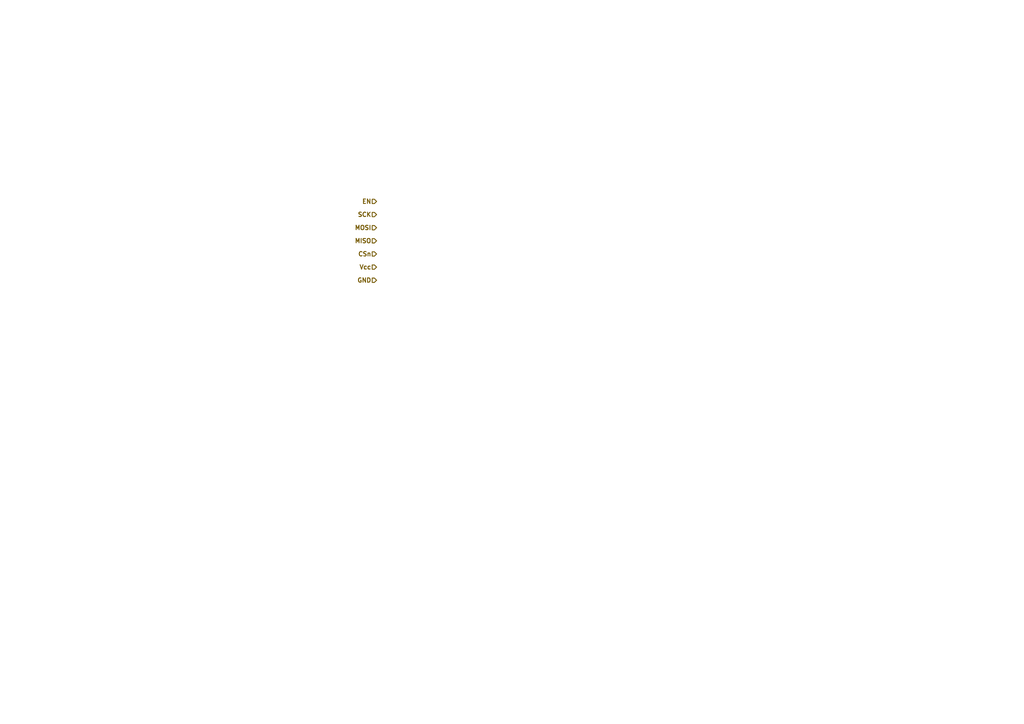
<source format=kicad_sch>
(kicad_sch
	(version 20231120)
	(generator "eeschema")
	(generator_version "8.0")
	(uuid "51a4875a-d9cd-45ee-861f-57ded7219afb")
	(paper "A4")
	(lib_symbols)
	(hierarchical_label "MOSI"
		(shape input)
		(at 109.22 66.04 180)
		(effects
			(font
				(size 1.27 1.27)
				(thickness 0.254)
				(bold yes)
			)
			(justify right)
		)
		(uuid "17912a85-6538-410d-babe-79f2dff7197c")
	)
	(hierarchical_label "SCK"
		(shape input)
		(at 109.22 62.23 180)
		(effects
			(font
				(size 1.27 1.27)
				(thickness 0.254)
				(bold yes)
			)
			(justify right)
		)
		(uuid "1cd16ca7-bf45-40cc-ae8b-e6c49f2749a8")
	)
	(hierarchical_label "EN"
		(shape input)
		(at 109.22 58.42 180)
		(effects
			(font
				(size 1.27 1.27)
				(thickness 0.254)
				(bold yes)
			)
			(justify right)
		)
		(uuid "21548f66-3b13-4e3f-8ca3-cf3d5da727a8")
	)
	(hierarchical_label "Vcc"
		(shape input)
		(at 109.22 77.47 180)
		(effects
			(font
				(size 1.27 1.27)
				(thickness 0.254)
				(bold yes)
			)
			(justify right)
		)
		(uuid "276be39f-d789-4190-8421-ef68ae1d46d5")
	)
	(hierarchical_label "GND"
		(shape input)
		(at 109.22 81.28 180)
		(effects
			(font
				(size 1.27 1.27)
				(thickness 0.254)
				(bold yes)
			)
			(justify right)
		)
		(uuid "9c14ff2e-8b2a-450c-ae95-d54b285d0068")
	)
	(hierarchical_label "CSn"
		(shape input)
		(at 109.22 73.66 180)
		(effects
			(font
				(size 1.27 1.27)
				(thickness 0.254)
				(bold yes)
			)
			(justify right)
		)
		(uuid "b3a017fc-d17e-449b-b7d3-9340c8dc8579")
	)
	(hierarchical_label "MISO"
		(shape input)
		(at 109.22 69.85 180)
		(effects
			(font
				(size 1.27 1.27)
				(thickness 0.254)
				(bold yes)
			)
			(justify right)
		)
		(uuid "c888db91-7a91-44fb-bf23-b951ec8bce38")
	)
)

</source>
